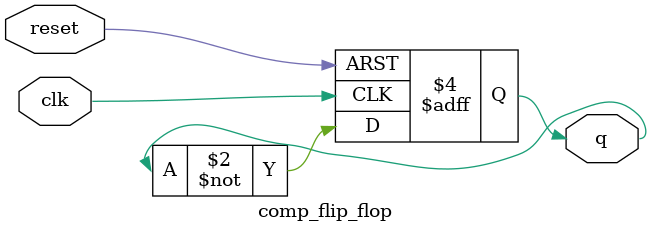
<source format=v>
`timescale 1ns/100ps
 module ripple_counter_4bit(A,count,reset);
 output [3:0]A;
 input count,reset;
 //instantiate comp flip-flop
 comp_flip_flop f0(A[0],count,reset);
 comp_flip_flop f1(A[1],A[0],reset);
 comp_flip_flop f2(A[2],A[1],reset);
 comp_flip_flop f3(A[3],A[2],reset);
 endmodule
 //comp flip-flop
 module comp_flip_flop (q,clk,reset);
 output reg q=1'b0;

 input clk,reset;

 always @ (negedge clk,posedge reset)
 begin
 if(reset) q<=0;
 else q<= ~q;
 end
 endmodule

</source>
